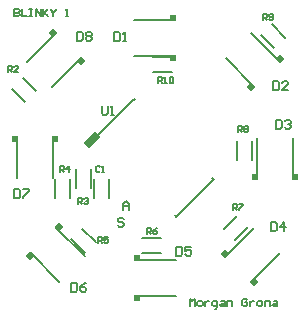
<source format=gto>
G04*
G04 #@! TF.GenerationSoftware,Altium Limited,Altium Designer,18.1.9 (240)*
G04*
G04 Layer_Color=65535*
%FSLAX24Y24*%
%MOIN*%
G70*
G01*
G75*
%ADD10C,0.0070*%
%ADD11C,0.0060*%
G04:AMPARAMS|DCode=12|XSize=22.6mil|YSize=20.7mil|CornerRadius=0mil|HoleSize=0mil|Usage=FLASHONLY|Rotation=135.000|XOffset=0mil|YOffset=0mil|HoleType=Round|Shape=Rectangle|*
%AMROTATEDRECTD12*
4,1,4,0.0153,-0.0007,0.0007,-0.0153,-0.0153,0.0007,-0.0007,0.0153,0.0153,-0.0007,0.0*
%
%ADD12ROTATEDRECTD12*%

%ADD13R,0.0226X0.0207*%
G04:AMPARAMS|DCode=14|XSize=22.6mil|YSize=20.7mil|CornerRadius=0mil|HoleSize=0mil|Usage=FLASHONLY|Rotation=225.000|XOffset=0mil|YOffset=0mil|HoleType=Round|Shape=Rectangle|*
%AMROTATEDRECTD14*
4,1,4,0.0007,0.0153,0.0153,0.0007,-0.0007,-0.0153,-0.0153,-0.0007,0.0007,0.0153,0.0*
%
%ADD14ROTATEDRECTD14*%

%ADD15R,0.0207X0.0226*%
G04:AMPARAMS|DCode=16|XSize=23.6mil|YSize=54.1mil|CornerRadius=0mil|HoleSize=0mil|Usage=FLASHONLY|Rotation=315.000|XOffset=0mil|YOffset=0mil|HoleType=Round|Shape=Rectangle|*
%AMROTATEDRECTD16*
4,1,4,-0.0275,-0.0108,0.0108,0.0275,0.0275,0.0108,-0.0108,-0.0275,-0.0275,-0.0108,0.0*
%
%ADD16ROTATEDRECTD16*%

D10*
X3214Y3905D02*
Y4535D01*
X3726Y3905D02*
Y4535D01*
X828Y7904D02*
X1274Y7458D01*
X466Y7542D02*
X912Y7096D01*
X2594Y4235D02*
Y4865D01*
X3106Y4235D02*
Y4865D01*
X2416Y3895D02*
Y4525D01*
X1904Y3895D02*
Y4525D01*
X2818Y2884D02*
X3264Y2438D01*
X2456Y2522D02*
X2902Y2076D01*
X4825Y2064D02*
X5455D01*
X4825Y2576D02*
X5455D01*
X7536Y2858D02*
X7982Y3304D01*
X7898Y2496D02*
X8344Y2942D01*
X8486Y5175D02*
Y5805D01*
X7974Y5175D02*
Y5805D01*
X9128Y9694D02*
X9574Y9248D01*
X8766Y9332D02*
X9212Y8886D01*
X5175Y8616D02*
X5805D01*
X5175Y8104D02*
X5805D01*
X1813Y7595D02*
X2775Y8557D01*
X965Y8443D02*
X1927Y9405D01*
X1850Y4560D02*
Y5920D01*
X650Y4560D02*
Y5920D01*
X1943Y2915D02*
X2905Y1953D01*
X1095Y2067D02*
X2057Y1105D01*
X4570Y1840D02*
X5930D01*
X4570Y640D02*
X5930D01*
X7585Y1943D02*
X8547Y2905D01*
X8433Y1095D02*
X9395Y2057D01*
X8650Y4550D02*
Y5910D01*
X9850Y4550D02*
Y5910D01*
X7595Y8557D02*
X8557Y7595D01*
X8443Y9405D02*
X9405Y8443D01*
X4550Y8640D02*
X5910D01*
X4550Y9840D02*
X5910D01*
X3277Y5950D02*
X4530Y7203D01*
X4579Y7154D01*
X3277Y5950D02*
X3326Y5901D01*
X7154Y4579D02*
X7203Y4530D01*
X5901Y3326D02*
X5950Y3277D01*
X7203Y4530D01*
X560Y10210D02*
Y9960D01*
X685D01*
X727Y10002D01*
Y10043D01*
X685Y10085D01*
X560D01*
X685D01*
X727Y10127D01*
Y10168D01*
X685Y10210D01*
X560D01*
X810D02*
Y9960D01*
X977D01*
X1060Y10210D02*
X1143D01*
X1101D01*
Y9960D01*
X1060D01*
X1143D01*
X1268D02*
Y10210D01*
X1435Y9960D01*
Y10210D01*
X1518D02*
Y9960D01*
Y10043D01*
X1685Y10210D01*
X1560Y10085D01*
X1685Y9960D01*
X1768Y10210D02*
Y10168D01*
X1851Y10085D01*
X1935Y10168D01*
Y10210D01*
X1851Y10085D02*
Y9960D01*
X2268D02*
X2351D01*
X2309D01*
Y10210D01*
X2268Y10168D01*
X4200Y3192D02*
X4150Y3242D01*
X4050D01*
X4000Y3192D01*
Y3142D01*
X4050Y3092D01*
X4150D01*
X4200Y3042D01*
Y2992D01*
X4150Y2942D01*
X4050D01*
X4000Y2992D01*
X4170Y3500D02*
Y3700D01*
X4270Y3800D01*
X4370Y3700D01*
Y3500D01*
Y3650D01*
X4170D01*
D11*
X6410Y300D02*
Y550D01*
X6493Y467D01*
X6577Y550D01*
Y300D01*
X6702D02*
X6785D01*
X6827Y342D01*
Y425D01*
X6785Y467D01*
X6702D01*
X6660Y425D01*
Y342D01*
X6702Y300D01*
X6910Y467D02*
Y300D01*
Y383D01*
X6951Y425D01*
X6993Y467D01*
X7035D01*
X7243Y217D02*
X7285D01*
X7326Y258D01*
Y467D01*
X7201D01*
X7160Y425D01*
Y342D01*
X7201Y300D01*
X7326D01*
X7451Y467D02*
X7535D01*
X7576Y425D01*
Y300D01*
X7451D01*
X7410Y342D01*
X7451Y383D01*
X7576D01*
X7660Y300D02*
Y467D01*
X7785D01*
X7826Y425D01*
Y300D01*
X8326Y508D02*
X8284Y550D01*
X8201D01*
X8159Y508D01*
Y342D01*
X8201Y300D01*
X8284D01*
X8326Y342D01*
Y425D01*
X8243D01*
X8409Y467D02*
Y300D01*
Y383D01*
X8451Y425D01*
X8493Y467D01*
X8534D01*
X8701Y300D02*
X8784D01*
X8826Y342D01*
Y425D01*
X8784Y467D01*
X8701D01*
X8659Y425D01*
Y342D01*
X8701Y300D01*
X8909D02*
Y467D01*
X9034D01*
X9076Y425D01*
Y300D01*
X9201Y467D02*
X9284D01*
X9326Y425D01*
Y300D01*
X9201D01*
X9159Y342D01*
X9201Y383D01*
X9326D01*
X3470Y6980D02*
Y6730D01*
X3520Y6680D01*
X3620D01*
X3670Y6730D01*
Y6980D01*
X3770Y6680D02*
X3870D01*
X3820D01*
Y6980D01*
X3770Y6930D01*
X5360Y7725D02*
Y7925D01*
X5460D01*
X5493Y7892D01*
Y7825D01*
X5460Y7792D01*
X5360D01*
X5427D02*
X5493Y7725D01*
X5560D02*
X5627D01*
X5593D01*
Y7925D01*
X5560Y7892D01*
X5727D02*
X5760Y7925D01*
X5827D01*
X5860Y7892D01*
Y7758D01*
X5827Y7725D01*
X5760D01*
X5727Y7758D01*
Y7892D01*
X8850Y9850D02*
Y10050D01*
X8950D01*
X8983Y10017D01*
Y9950D01*
X8950Y9917D01*
X8850D01*
X8917D02*
X8983Y9850D01*
X9050Y9883D02*
X9083Y9850D01*
X9150D01*
X9183Y9883D01*
Y10017D01*
X9150Y10050D01*
X9083D01*
X9050Y10017D01*
Y9983D01*
X9083Y9950D01*
X9183D01*
X8010Y6090D02*
Y6290D01*
X8110D01*
X8143Y6257D01*
Y6190D01*
X8110Y6157D01*
X8010D01*
X8077D02*
X8143Y6090D01*
X8210Y6257D02*
X8243Y6290D01*
X8310D01*
X8343Y6257D01*
Y6223D01*
X8310Y6190D01*
X8343Y6157D01*
Y6123D01*
X8310Y6090D01*
X8243D01*
X8210Y6123D01*
Y6157D01*
X8243Y6190D01*
X8210Y6223D01*
Y6257D01*
X8243Y6190D02*
X8310D01*
X7840Y3490D02*
Y3690D01*
X7940D01*
X7973Y3657D01*
Y3590D01*
X7940Y3557D01*
X7840D01*
X7907D02*
X7973Y3490D01*
X8040Y3690D02*
X8173D01*
Y3657D01*
X8040Y3523D01*
Y3490D01*
X4980Y2700D02*
Y2900D01*
X5080D01*
X5113Y2867D01*
Y2800D01*
X5080Y2767D01*
X4980D01*
X5047D02*
X5113Y2700D01*
X5313Y2900D02*
X5247Y2867D01*
X5180Y2800D01*
Y2733D01*
X5213Y2700D01*
X5280D01*
X5313Y2733D01*
Y2767D01*
X5280Y2800D01*
X5180D01*
X3360Y2390D02*
Y2590D01*
X3460D01*
X3493Y2557D01*
Y2490D01*
X3460Y2457D01*
X3360D01*
X3427D02*
X3493Y2390D01*
X3693Y2590D02*
X3560D01*
Y2490D01*
X3627Y2523D01*
X3660D01*
X3693Y2490D01*
Y2423D01*
X3660Y2390D01*
X3593D01*
X3560Y2423D01*
X2070Y4770D02*
Y4970D01*
X2170D01*
X2203Y4937D01*
Y4870D01*
X2170Y4837D01*
X2070D01*
X2137D02*
X2203Y4770D01*
X2370D02*
Y4970D01*
X2270Y4870D01*
X2403D01*
X2680Y3710D02*
Y3910D01*
X2780D01*
X2813Y3877D01*
Y3810D01*
X2780Y3777D01*
X2680D01*
X2747D02*
X2813Y3710D01*
X2880Y3877D02*
X2913Y3910D01*
X2980D01*
X3013Y3877D01*
Y3843D01*
X2980Y3810D01*
X2947D01*
X2980D01*
X3013Y3777D01*
Y3743D01*
X2980Y3710D01*
X2913D01*
X2880Y3743D01*
X350Y8090D02*
Y8290D01*
X450D01*
X483Y8257D01*
Y8190D01*
X450Y8157D01*
X350D01*
X417D02*
X483Y8090D01*
X683D02*
X550D01*
X683Y8223D01*
Y8257D01*
X650Y8290D01*
X583D01*
X550Y8257D01*
X2640Y9440D02*
Y9140D01*
X2790D01*
X2840Y9190D01*
Y9390D01*
X2790Y9440D01*
X2640D01*
X2940Y9390D02*
X2990Y9440D01*
X3090D01*
X3140Y9390D01*
Y9340D01*
X3090Y9290D01*
X3140Y9240D01*
Y9190D01*
X3090Y9140D01*
X2990D01*
X2940Y9190D01*
Y9240D01*
X2990Y9290D01*
X2940Y9340D01*
Y9390D01*
X2990Y9290D02*
X3090D01*
X560Y4190D02*
Y3890D01*
X710D01*
X760Y3940D01*
Y4140D01*
X710Y4190D01*
X560D01*
X860D02*
X1060D01*
Y4140D01*
X860Y3940D01*
Y3890D01*
X2456Y1080D02*
Y780D01*
X2606D01*
X2656Y830D01*
Y1030D01*
X2606Y1080D01*
X2456D01*
X2956D02*
X2856Y1030D01*
X2756Y930D01*
Y830D01*
X2806Y780D01*
X2906D01*
X2956Y830D01*
Y880D01*
X2906Y930D01*
X2756D01*
X5950Y2275D02*
Y1975D01*
X6100D01*
X6150Y2025D01*
Y2225D01*
X6100Y2275D01*
X5950D01*
X6450D02*
X6250D01*
Y2125D01*
X6350Y2175D01*
X6400D01*
X6450Y2125D01*
Y2025D01*
X6400Y1975D01*
X6300D01*
X6250Y2025D01*
X9100Y3100D02*
Y2800D01*
X9250D01*
X9300Y2850D01*
Y3050D01*
X9250Y3100D01*
X9100D01*
X9550Y2800D02*
Y3100D01*
X9400Y2950D01*
X9600D01*
X9270Y6510D02*
Y6210D01*
X9420D01*
X9470Y6260D01*
Y6460D01*
X9420Y6510D01*
X9270D01*
X9570Y6460D02*
X9620Y6510D01*
X9720D01*
X9770Y6460D01*
Y6410D01*
X9720Y6360D01*
X9670D01*
X9720D01*
X9770Y6310D01*
Y6260D01*
X9720Y6210D01*
X9620D01*
X9570Y6260D01*
X9190Y7790D02*
Y7490D01*
X9340D01*
X9390Y7540D01*
Y7740D01*
X9340Y7790D01*
X9190D01*
X9690Y7490D02*
X9490D01*
X9690Y7690D01*
Y7740D01*
X9640Y7790D01*
X9540D01*
X9490Y7740D01*
X3890Y9430D02*
Y9130D01*
X4040D01*
X4090Y9180D01*
Y9380D01*
X4040Y9430D01*
X3890D01*
X4190Y9130D02*
X4290D01*
X4240D01*
Y9430D01*
X4190Y9380D01*
X3423Y4927D02*
X3390Y4960D01*
X3323D01*
X3290Y4927D01*
Y4793D01*
X3323Y4760D01*
X3390D01*
X3423Y4793D01*
X3490Y4760D02*
X3557D01*
X3523D01*
Y4960D01*
X3490Y4927D01*
D12*
X1828Y9412D02*
D03*
X2782Y8458D02*
D03*
X8532Y1088D02*
D03*
X7578Y2042D02*
D03*
D13*
X576Y5855D02*
D03*
X1924Y5855D02*
D03*
X9924Y4615D02*
D03*
X8576Y4615D02*
D03*
D14*
X1088Y1968D02*
D03*
X2042Y2922D02*
D03*
X9412Y8542D02*
D03*
X8458Y7588D02*
D03*
D15*
X4635Y566D02*
D03*
Y1914D02*
D03*
X5845Y9914D02*
D03*
X5845Y8566D02*
D03*
D16*
X3149Y5835D02*
D03*
M02*

</source>
